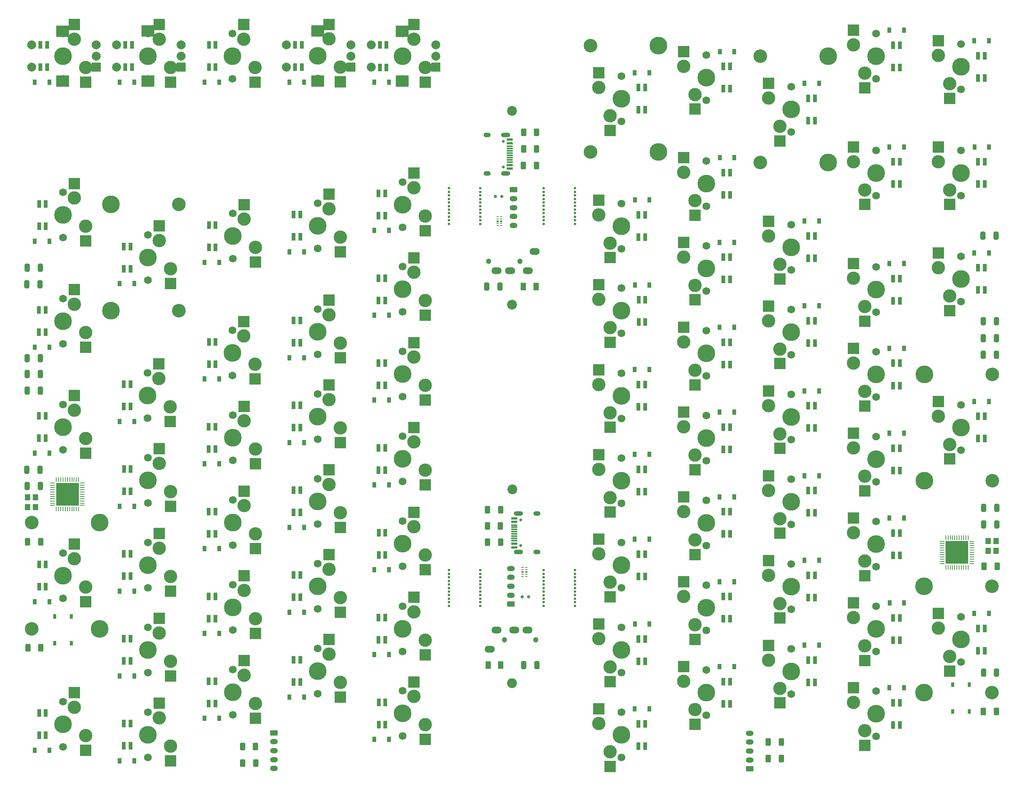
<source format=gbr>
%TF.GenerationSoftware,KiCad,Pcbnew,8.0.2*%
%TF.CreationDate,2024-06-18T01:05:25+09:00*%
%TF.ProjectId,accelerator,61636365-6c65-4726-9174-6f722e6b6963,v1.0.0*%
%TF.SameCoordinates,Original*%
%TF.FileFunction,Soldermask,Bot*%
%TF.FilePolarity,Negative*%
%FSLAX46Y46*%
G04 Gerber Fmt 4.6, Leading zero omitted, Abs format (unit mm)*
G04 Created by KiCad (PCBNEW 8.0.2) date 2024-06-18 01:05:25*
%MOMM*%
%LPD*%
G01*
G04 APERTURE LIST*
G04 Aperture macros list*
%AMRoundRect*
0 Rectangle with rounded corners*
0 $1 Rounding radius*
0 $2 $3 $4 $5 $6 $7 $8 $9 X,Y pos of 4 corners*
0 Add a 4 corners polygon primitive as box body*
4,1,4,$2,$3,$4,$5,$6,$7,$8,$9,$2,$3,0*
0 Add four circle primitives for the rounded corners*
1,1,$1+$1,$2,$3*
1,1,$1+$1,$4,$5*
1,1,$1+$1,$6,$7*
1,1,$1+$1,$8,$9*
0 Add four rect primitives between the rounded corners*
20,1,$1+$1,$2,$3,$4,$5,0*
20,1,$1+$1,$4,$5,$6,$7,0*
20,1,$1+$1,$6,$7,$8,$9,0*
20,1,$1+$1,$8,$9,$2,$3,0*%
G04 Aperture macros list end*
%ADD10R,0.820000X1.800000*%
%ADD11C,1.750000*%
%ADD12C,3.000000*%
%ADD13C,3.987800*%
%ADD14R,2.500000X2.550000*%
%ADD15C,3.048000*%
%ADD16R,3.000000X2.500000*%
%ADD17R,2.000000X2.000000*%
%ADD18C,2.000000*%
%ADD19C,0.600000*%
%ADD20C,0.650000*%
%ADD21R,1.450000X0.600000*%
%ADD22R,1.450000X0.300000*%
%ADD23O,1.600000X1.000000*%
%ADD24O,2.100000X1.000000*%
%ADD25R,0.900000X1.200000*%
%ADD26R,1.200000X1.400000*%
%ADD27C,2.200000*%
%ADD28RoundRect,0.250000X0.625000X-0.350000X0.625000X0.350000X-0.625000X0.350000X-0.625000X-0.350000X0*%
%ADD29O,1.750000X1.200000*%
%ADD30RoundRect,0.250000X-0.312500X-0.625000X0.312500X-0.625000X0.312500X0.625000X-0.312500X0.625000X0*%
%ADD31RoundRect,0.250000X-0.375000X-0.625000X0.375000X-0.625000X0.375000X0.625000X-0.375000X0.625000X0*%
%ADD32R,0.609000X0.250000*%
%ADD33R,0.609000X0.380000*%
%ADD34RoundRect,0.250000X-0.325000X-0.650000X0.325000X-0.650000X0.325000X0.650000X-0.325000X0.650000X0*%
%ADD35C,1.200000*%
%ADD36O,2.300000X1.500000*%
%ADD37RoundRect,0.250000X0.325000X0.650000X-0.325000X0.650000X-0.325000X-0.650000X0.325000X-0.650000X0*%
%ADD38RoundRect,0.250000X0.312500X0.625000X-0.312500X0.625000X-0.312500X-0.625000X0.312500X-0.625000X0*%
%ADD39RoundRect,0.062500X-0.062500X0.475000X-0.062500X-0.475000X0.062500X-0.475000X0.062500X0.475000X0*%
%ADD40RoundRect,0.062500X-0.475000X0.062500X-0.475000X-0.062500X0.475000X-0.062500X0.475000X0.062500X0*%
%ADD41R,5.200000X5.200000*%
%ADD42RoundRect,0.250000X-0.625000X0.350000X-0.625000X-0.350000X0.625000X-0.350000X0.625000X0.350000X0*%
%ADD43R,0.750000X1.000000*%
%ADD44RoundRect,0.062500X0.062500X-0.475000X0.062500X0.475000X-0.062500X0.475000X-0.062500X-0.475000X0*%
%ADD45RoundRect,0.062500X0.475000X-0.062500X0.475000X0.062500X-0.475000X0.062500X-0.475000X-0.062500X0*%
%ADD46RoundRect,0.150000X0.150000X0.200000X-0.150000X0.200000X-0.150000X-0.200000X0.150000X-0.200000X0*%
%ADD47RoundRect,0.150000X-0.150000X-0.200000X0.150000X-0.200000X0.150000X0.200000X-0.150000X0.200000X0*%
G04 APERTURE END LIST*
D10*
%TO.C,LLED25*%
X121350000Y-62055000D03*
X119850000Y-62055000D03*
X119850000Y-67055000D03*
X121350000Y-67055000D03*
%TD*%
%TO.C,RLED27*%
X292141887Y-176697889D03*
X293641887Y-176697889D03*
X293641887Y-171697889D03*
X292141887Y-171697889D03*
%TD*%
D11*
%TO.C,SWR00_3*%
X231141887Y-184011889D03*
D12*
X228601887Y-182741889D03*
D13*
X231141887Y-178931889D03*
D12*
X226061887Y-176391889D03*
D11*
X231141887Y-173851889D03*
D14*
X228601887Y-186016889D03*
X226061887Y-173089889D03*
%TD*%
D10*
%TO.C,RLED39*%
X311201887Y-93327889D03*
X312701887Y-93327889D03*
X312701887Y-88327889D03*
X311201887Y-88327889D03*
%TD*%
D11*
%TO.C,SWL00_13*%
X162970000Y-159524996D03*
D12*
X165510000Y-160794996D03*
D13*
X162970000Y-164604996D03*
D12*
X168050000Y-167144996D03*
D11*
X162970000Y-169684996D03*
D14*
X165510000Y-157519996D03*
X168050000Y-170446996D03*
%TD*%
D10*
%TO.C,RLED2*%
X234991887Y-200477889D03*
X236491887Y-200477889D03*
X236491887Y-195477889D03*
X234991887Y-195477889D03*
%TD*%
D11*
%TO.C,SWR00_6*%
X231161887Y-126861889D03*
D12*
X228621887Y-125591889D03*
D13*
X231161887Y-121781889D03*
D12*
X226081887Y-119241889D03*
D11*
X231161887Y-116701889D03*
D14*
X228621887Y-128866889D03*
X226081887Y-115939889D03*
%TD*%
D11*
%TO.C,SWL00_5*%
X182020000Y-149974996D03*
D12*
X184560000Y-151244996D03*
D13*
X182020000Y-155054996D03*
D12*
X187100000Y-157594996D03*
D11*
X182020000Y-160134996D03*
D14*
X184560000Y-147969996D03*
X187100000Y-160896996D03*
%TD*%
D11*
%TO.C,SWL00_31*%
X124875200Y-192849996D03*
D12*
X127415200Y-194119996D03*
D13*
X124875200Y-197929996D03*
D12*
X129955200Y-200469996D03*
D11*
X124875200Y-203009996D03*
D14*
X127415200Y-190844996D03*
X129955200Y-203771996D03*
%TD*%
D10*
%TO.C,RLED11*%
X254051887Y-171917889D03*
X255551887Y-171917889D03*
X255551887Y-166917889D03*
X254051887Y-166917889D03*
%TD*%
%TO.C,LLED6*%
X178190000Y-171595000D03*
X176690000Y-171595000D03*
X176690000Y-176595000D03*
X178190000Y-176595000D03*
%TD*%
%TO.C,LLED10*%
X159120000Y-100174000D03*
X157620000Y-100174000D03*
X157620000Y-105174000D03*
X159120000Y-105174000D03*
%TD*%
%TO.C,RLED32*%
X292141887Y-67132889D03*
X293641887Y-67132889D03*
X293641887Y-62132889D03*
X292141887Y-62132889D03*
%TD*%
%TO.C,RLED36*%
X311181887Y-150477889D03*
X312681887Y-150477889D03*
X312681887Y-145477889D03*
X311181887Y-145477889D03*
%TD*%
D11*
%TO.C,SWR00_13*%
X250196687Y-136406889D03*
D12*
X247656687Y-135136889D03*
D13*
X250196687Y-131326889D03*
D12*
X245116687Y-128786889D03*
D11*
X250196687Y-126246889D03*
D14*
X247656687Y-138411889D03*
X245116687Y-125484889D03*
%TD*%
D11*
%TO.C,SWR00_30*%
X288301887Y-122111889D03*
D12*
X285761887Y-120841889D03*
D13*
X288301887Y-117031889D03*
D12*
X283221887Y-114491889D03*
D11*
X288301887Y-111951889D03*
D14*
X285761887Y-124116889D03*
X283221887Y-111189889D03*
%TD*%
D10*
%TO.C,LLED18*%
X140080000Y-102535000D03*
X138580000Y-102535000D03*
X138580000Y-107535000D03*
X140080000Y-107535000D03*
%TD*%
%TO.C,RLED6*%
X235011887Y-124277889D03*
X236511887Y-124277889D03*
X236511887Y-119277889D03*
X235011887Y-119277889D03*
%TD*%
%TO.C,LLED34*%
X101980000Y-97775000D03*
X100480000Y-97775000D03*
X100480000Y-102775000D03*
X101980000Y-102775000D03*
%TD*%
D11*
%TO.C,SWR00_12*%
X250216687Y-155466889D03*
D12*
X247676687Y-154196889D03*
D13*
X250216687Y-150386889D03*
D12*
X245136687Y-147846889D03*
D11*
X250216687Y-145306889D03*
D14*
X247676687Y-157471889D03*
X245136687Y-144544889D03*
%TD*%
D11*
%TO.C,SWR00_25*%
X288296687Y-217366889D03*
D12*
X285756687Y-216096889D03*
D13*
X288296687Y-212286889D03*
D12*
X283216687Y-209746889D03*
D11*
X288296687Y-207206889D03*
D14*
X285756687Y-219371889D03*
X283216687Y-206444889D03*
%TD*%
D11*
%TO.C,SWL00_30*%
X124875200Y-173819996D03*
D12*
X127415200Y-175089996D03*
D13*
X124875200Y-178899996D03*
D12*
X129955200Y-181439996D03*
D11*
X124875200Y-183979996D03*
D14*
X127415200Y-171814996D03*
X129955200Y-184741996D03*
%TD*%
D10*
%TO.C,LLED2*%
X178160000Y-95395000D03*
X176660000Y-95395000D03*
X176660000Y-100395000D03*
X178160000Y-100395000D03*
%TD*%
D11*
%TO.C,SWL00_12*%
X162980000Y-140464996D03*
D12*
X165520000Y-141734996D03*
D13*
X162980000Y-145544996D03*
D12*
X168060000Y-148084996D03*
D11*
X162980000Y-150624996D03*
D14*
X165520000Y-138459996D03*
X168060000Y-151386996D03*
%TD*%
D11*
%TO.C,SWL00_2*%
X182020000Y-92844996D03*
D12*
X184560000Y-94114996D03*
D13*
X182020000Y-97924996D03*
D12*
X187100000Y-100464996D03*
D11*
X182020000Y-103004996D03*
D14*
X184560000Y-90839996D03*
X187100000Y-103766996D03*
%TD*%
D11*
%TO.C,SWR00_40*%
X307346687Y-72096889D03*
D12*
X304806687Y-70826889D03*
D13*
X307346687Y-67016889D03*
D12*
X302266687Y-64476889D03*
D11*
X307346687Y-61936889D03*
D14*
X304806687Y-74101889D03*
X302266687Y-61174889D03*
%TD*%
D11*
%TO.C,SWL00_32*%
X124890000Y-211884996D03*
D12*
X127430000Y-213154996D03*
D13*
X124890000Y-216964996D03*
D12*
X129970000Y-219504996D03*
D11*
X124890000Y-222044996D03*
D14*
X127430000Y-209879996D03*
X129970000Y-222806996D03*
%TD*%
D10*
%TO.C,RLED7*%
X235001887Y-105248889D03*
X236501887Y-105248889D03*
X236501887Y-100248889D03*
X235001887Y-100248889D03*
%TD*%
D11*
%TO.C,SWL00_29*%
X124870000Y-154744996D03*
D12*
X127410000Y-156014996D03*
D13*
X124870000Y-159824996D03*
D12*
X129950000Y-162364996D03*
D11*
X124870000Y-164904996D03*
D14*
X127410000Y-152739996D03*
X129950000Y-165666996D03*
%TD*%
D10*
%TO.C,LLED15*%
X159120000Y-200195000D03*
X157620000Y-200195000D03*
X157620000Y-205195000D03*
X159120000Y-205195000D03*
%TD*%
D11*
%TO.C,SWL00_4*%
X182015200Y-130929996D03*
D12*
X184555200Y-132199996D03*
D13*
X182015200Y-136009996D03*
D12*
X187095200Y-138549996D03*
D11*
X182015200Y-141089996D03*
D14*
X184555200Y-128924996D03*
X187095200Y-141851996D03*
%TD*%
D11*
%TO.C,SWL00_1*%
X182010000Y-59514996D03*
D12*
X184550000Y-60784996D03*
D13*
X182010000Y-64594996D03*
D12*
X187090000Y-67134996D03*
D11*
X182010000Y-69674996D03*
D14*
X184550000Y-57509996D03*
X187090000Y-70436996D03*
%TD*%
D10*
%TO.C,LLED12*%
X159120000Y-143045000D03*
X157620000Y-143045000D03*
X157620000Y-148045000D03*
X159120000Y-148045000D03*
%TD*%
D11*
%TO.C,SWL00_15*%
X162960000Y-197604996D03*
D12*
X165500000Y-198874996D03*
D13*
X162960000Y-202684996D03*
D12*
X168040000Y-205224996D03*
D11*
X162960000Y-207764996D03*
D14*
X165500000Y-195599996D03*
X168040000Y-208526996D03*
%TD*%
D10*
%TO.C,RLED25*%
X292151887Y-214797889D03*
X293651887Y-214797889D03*
X293651887Y-209797889D03*
X292151887Y-209797889D03*
%TD*%
%TO.C,RLED5*%
X234991887Y-143357889D03*
X236491887Y-143357889D03*
X236491887Y-138357889D03*
X234991887Y-138357889D03*
%TD*%
%TO.C,RLED18*%
X273101887Y-186208889D03*
X274601887Y-186208889D03*
X274601887Y-181208889D03*
X273101887Y-181208889D03*
%TD*%
%TO.C,RLED34*%
X311191887Y-198117889D03*
X312691887Y-198117889D03*
X312691887Y-193117889D03*
X311191887Y-193117889D03*
%TD*%
%TO.C,LLED8*%
X178180000Y-209700000D03*
X176680000Y-209700000D03*
X176680000Y-214700000D03*
X178180000Y-214700000D03*
%TD*%
D11*
%TO.C,SWL00_20*%
X143920000Y-145224996D03*
D12*
X146460000Y-146494996D03*
D13*
X143920000Y-150304996D03*
D12*
X149000000Y-152844996D03*
D11*
X143920000Y-155384996D03*
D14*
X146460000Y-143219996D03*
X149000000Y-156146996D03*
%TD*%
D10*
%TO.C,LLED11*%
X159120000Y-123994000D03*
X157620000Y-123994000D03*
X157620000Y-128994000D03*
X159120000Y-128994000D03*
%TD*%
D15*
%TO.C,SWR00_8*%
X224176887Y-86109889D03*
D13*
X239416887Y-86109889D03*
D11*
X231161887Y-79251889D03*
D12*
X228621887Y-77981889D03*
D13*
X231161887Y-74171889D03*
D12*
X226081887Y-71631889D03*
D11*
X231161887Y-69091889D03*
D15*
X224176887Y-62233889D03*
D13*
X239416887Y-62233889D03*
D14*
X228621887Y-81256889D03*
X226081887Y-68329889D03*
%TD*%
D10*
%TO.C,RLED17*%
X273101887Y-205257889D03*
X274601887Y-205257889D03*
X274601887Y-200257889D03*
X273101887Y-200257889D03*
%TD*%
D11*
%TO.C,SWL00_33*%
X105825200Y-59509996D03*
D12*
X108365200Y-60779996D03*
D13*
X105825200Y-64589996D03*
D12*
X110905200Y-67129996D03*
D11*
X105825200Y-69669996D03*
D14*
X108365200Y-57504996D03*
X110905200Y-70431996D03*
%TD*%
D11*
%TO.C,SWL00_10*%
X162960000Y-97599996D03*
D12*
X165500000Y-98869996D03*
D13*
X162960000Y-102679996D03*
D12*
X168040000Y-105219996D03*
D11*
X162960000Y-107759996D03*
D14*
X165500000Y-95594996D03*
X168040000Y-108521996D03*
%TD*%
D11*
%TO.C,SWL00_9*%
X162965200Y-59479996D03*
D12*
X165505200Y-60749996D03*
D13*
X162965200Y-64559996D03*
D12*
X168045200Y-67099996D03*
D11*
X162965200Y-69639996D03*
D14*
X165505200Y-57474996D03*
X168045200Y-70401996D03*
%TD*%
D11*
%TO.C,SWR00_15*%
X250201887Y-98321889D03*
D12*
X247661887Y-97051889D03*
D13*
X250201887Y-93241889D03*
D12*
X245121887Y-90701889D03*
D11*
X250201887Y-88161889D03*
D14*
X247661887Y-100326889D03*
X245121887Y-87399889D03*
%TD*%
D11*
%TO.C,SWR00_16*%
X250196687Y-74476889D03*
D12*
X247656687Y-73206889D03*
D13*
X250196687Y-69396889D03*
D12*
X245116687Y-66856889D03*
D11*
X250196687Y-64316889D03*
D14*
X247656687Y-76481889D03*
X245116687Y-63554889D03*
%TD*%
D10*
%TO.C,RLED15*%
X254041887Y-95748889D03*
X255541887Y-95748889D03*
X255541887Y-90748889D03*
X254041887Y-90748889D03*
%TD*%
D11*
%TO.C,SWL00_14*%
X162960000Y-178559996D03*
D12*
X165500000Y-179829996D03*
D13*
X162960000Y-183639996D03*
D12*
X168040000Y-186179996D03*
D11*
X162960000Y-188719996D03*
D14*
X165500000Y-176554996D03*
X168040000Y-189481996D03*
%TD*%
D10*
%TO.C,RLED16*%
X254051887Y-71898889D03*
X255551887Y-71898889D03*
X255551887Y-66898889D03*
X254051887Y-66898889D03*
%TD*%
D11*
%TO.C,SWL00_23*%
X143920000Y-202364996D03*
D12*
X146460000Y-203634996D03*
D13*
X143920000Y-207444996D03*
D12*
X149000000Y-209984996D03*
D11*
X143920000Y-212524996D03*
D14*
X146460000Y-200359996D03*
X149000000Y-213286996D03*
%TD*%
D11*
%TO.C,SWR00_20*%
X269246687Y-150696889D03*
D12*
X266706687Y-149426889D03*
D13*
X269246687Y-145616889D03*
D12*
X264166687Y-143076889D03*
D11*
X269246687Y-140536889D03*
D14*
X266706687Y-152701889D03*
X264166687Y-139774889D03*
%TD*%
D11*
%TO.C,SWR00_9*%
X250191887Y-212601889D03*
D12*
X247651887Y-211331889D03*
D13*
X250191887Y-207521889D03*
D12*
X245111887Y-204981889D03*
D11*
X250191887Y-202441889D03*
D14*
X247651887Y-214606889D03*
X245111887Y-201679889D03*
%TD*%
D11*
%TO.C,SWL00_8*%
X182010000Y-207134996D03*
D12*
X184550000Y-208404996D03*
D13*
X182010000Y-212214996D03*
D12*
X187090000Y-214754996D03*
D11*
X182010000Y-217294996D03*
D14*
X184550000Y-205129996D03*
X187090000Y-218056996D03*
%TD*%
D10*
%TO.C,LLED31*%
X121020000Y-195434000D03*
X119520000Y-195434000D03*
X119520000Y-200434000D03*
X121020000Y-200434000D03*
%TD*%
D11*
%TO.C,SWL00_6*%
X182020000Y-169024996D03*
D12*
X184560000Y-170294996D03*
D13*
X182020000Y-174104996D03*
D12*
X187100000Y-176644996D03*
D11*
X182020000Y-179184996D03*
D14*
X184560000Y-167019996D03*
X187100000Y-179946996D03*
%TD*%
D10*
%TO.C,RLED20*%
X273101887Y-148118889D03*
X274601887Y-148118889D03*
X274601887Y-143118889D03*
X273101887Y-143118889D03*
%TD*%
D11*
%TO.C,SWR00_29*%
X288301887Y-141151889D03*
D12*
X285761887Y-139881889D03*
D13*
X288301887Y-136071889D03*
D12*
X283221887Y-133531889D03*
D11*
X288301887Y-130991889D03*
D14*
X285761887Y-143156889D03*
X283221887Y-130229889D03*
%TD*%
D10*
%TO.C,LLED17*%
X140080000Y-62084000D03*
X138580000Y-62084000D03*
X138580000Y-67084000D03*
X140080000Y-67084000D03*
%TD*%
%TO.C,RLED40*%
X311201887Y-69512889D03*
X312701887Y-69512889D03*
X312701887Y-64512889D03*
X311201887Y-64512889D03*
%TD*%
%TO.C,RLED30*%
X292141887Y-119527889D03*
X293641887Y-119527889D03*
X293641887Y-114527889D03*
X292141887Y-114527889D03*
%TD*%
%TO.C,LLED40*%
X101980000Y-212095000D03*
X100480000Y-212095000D03*
X100480000Y-217095000D03*
X101980000Y-217095000D03*
%TD*%
%TO.C,RLED9*%
X254041887Y-210027889D03*
X255541887Y-210027889D03*
X255541887Y-205027889D03*
X254041887Y-205027889D03*
%TD*%
%TO.C,LLED5*%
X178170000Y-152545000D03*
X176670000Y-152545000D03*
X176670000Y-157545000D03*
X178170000Y-157545000D03*
%TD*%
D11*
%TO.C,SWL00_22*%
X143925200Y-183309996D03*
D12*
X146465200Y-184579996D03*
D13*
X143925200Y-188389996D03*
D12*
X149005200Y-190929996D03*
D11*
X143925200Y-193469996D03*
D14*
X146465200Y-181304996D03*
X149005200Y-194231996D03*
%TD*%
D11*
%TO.C,SWR00_1*%
X231131887Y-222111889D03*
D12*
X228591887Y-220841889D03*
D13*
X231131887Y-217031889D03*
D12*
X226051887Y-214491889D03*
D11*
X231131887Y-211951889D03*
D14*
X228591887Y-224116889D03*
X226051887Y-211189889D03*
%TD*%
D10*
%TO.C,LLED38*%
X101990000Y-178764000D03*
X100490000Y-178764000D03*
X100490000Y-183764000D03*
X101990000Y-183764000D03*
%TD*%
D11*
%TO.C,SWL00_35*%
X105815200Y-119019996D03*
D12*
X108355200Y-120289996D03*
D13*
X105815200Y-124099996D03*
D12*
X110895200Y-126639996D03*
D11*
X105815200Y-129179996D03*
D14*
X108355200Y-117014996D03*
X110895200Y-129941996D03*
%TD*%
D11*
%TO.C,SWL00_18*%
X143935200Y-99949996D03*
D12*
X146475200Y-101219996D03*
D13*
X143935200Y-105029996D03*
D12*
X149015200Y-107569996D03*
D11*
X143935200Y-110109996D03*
D14*
X146475200Y-97944996D03*
X149015200Y-110871996D03*
%TD*%
D16*
%TO.C,REL00_3*%
X124880000Y-70164996D03*
X124880000Y-58964996D03*
D17*
X132380000Y-67064996D03*
D18*
X132380000Y-62064996D03*
X132380000Y-64564996D03*
X117880000Y-67064996D03*
X117880000Y-62064996D03*
%TD*%
D11*
%TO.C,SWR00_22*%
X269256687Y-112606889D03*
D12*
X266716687Y-111336889D03*
D13*
X269256687Y-107526889D03*
D12*
X264176687Y-104986889D03*
D11*
X269256687Y-102446889D03*
D14*
X266716687Y-114611889D03*
X264176687Y-101684889D03*
%TD*%
D13*
%TO.C,SWL00_38*%
X114095000Y-169316996D03*
D15*
X98855000Y-169316996D03*
D11*
X105840000Y-176174996D03*
D12*
X108380000Y-177444996D03*
D13*
X105840000Y-181254996D03*
D12*
X110920000Y-183794996D03*
D11*
X105840000Y-186334996D03*
D13*
X114095000Y-193192996D03*
D15*
X98855000Y-193192996D03*
D14*
X108380000Y-174169996D03*
X110920000Y-187096996D03*
%TD*%
D10*
%TO.C,RLED3*%
X235001887Y-181427889D03*
X236501887Y-181427889D03*
X236501887Y-176427889D03*
X235001887Y-176427889D03*
%TD*%
D16*
%TO.C,REL00_1*%
X181990000Y-70194996D03*
X181990000Y-58994996D03*
D17*
X189490000Y-67094996D03*
D18*
X189490000Y-62094996D03*
X189490000Y-64594996D03*
X174990000Y-67094996D03*
X174990000Y-62094996D03*
%TD*%
D19*
%TO.C,BITE01*%
X192430000Y-102270000D03*
X192430000Y-101470000D03*
X192430000Y-100670000D03*
X192430000Y-99870000D03*
X192430000Y-99070000D03*
X192430000Y-98270000D03*
X192430000Y-97470000D03*
X192430000Y-96670000D03*
X192430000Y-95870000D03*
X192430000Y-95070000D03*
X192430000Y-94270000D03*
%TD*%
D10*
%TO.C,LLED26*%
X121020000Y-107324000D03*
X119520000Y-107324000D03*
X119520000Y-112324000D03*
X121020000Y-112324000D03*
%TD*%
D19*
%TO.C,BITE05*%
X192460000Y-188030000D03*
X192460000Y-187230000D03*
X192460000Y-186430000D03*
X192460000Y-185630000D03*
X192460000Y-184830000D03*
X192460000Y-184030000D03*
X192460000Y-183230000D03*
X192460000Y-182430000D03*
X192460000Y-181630000D03*
X192460000Y-180830000D03*
X192460000Y-180030000D03*
%TD*%
%TO.C,BITE07*%
X213750000Y-188040000D03*
X213750000Y-187240000D03*
X213750000Y-186440000D03*
X213750000Y-185640000D03*
X213750000Y-184840000D03*
X213750000Y-184040000D03*
X213750000Y-183240000D03*
X213750000Y-182440000D03*
X213750000Y-181640000D03*
X213750000Y-180840000D03*
X213750000Y-180040000D03*
%TD*%
D10*
%TO.C,RLED19*%
X273101887Y-167157889D03*
X274601887Y-167157889D03*
X274601887Y-162157889D03*
X273101887Y-162157889D03*
%TD*%
D11*
%TO.C,SWR00_39*%
X307351887Y-95901889D03*
D12*
X304811887Y-94631889D03*
D13*
X307351887Y-90821889D03*
D12*
X302271887Y-88281889D03*
D11*
X307351887Y-85741889D03*
D14*
X304811887Y-97906889D03*
X302271887Y-84979889D03*
%TD*%
D19*
%TO.C,BITE04*%
X220734362Y-102257172D03*
X220734362Y-101457172D03*
X220734362Y-100657172D03*
X220734362Y-99857172D03*
X220734362Y-99057172D03*
X220734362Y-98257172D03*
X220734362Y-97457172D03*
X220734362Y-96657172D03*
X220734362Y-95857172D03*
X220734362Y-95057172D03*
X220734362Y-94257172D03*
%TD*%
D10*
%TO.C,LLED35*%
X101970000Y-121604000D03*
X100470000Y-121604000D03*
X100470000Y-126604000D03*
X101970000Y-126604000D03*
%TD*%
D11*
%TO.C,SWL00_3*%
X182030000Y-111874996D03*
D12*
X184570000Y-113144996D03*
D13*
X182030000Y-116954996D03*
D12*
X187110000Y-119494996D03*
D11*
X182030000Y-122034996D03*
D14*
X184570000Y-109869996D03*
X187110000Y-122796996D03*
%TD*%
D10*
%TO.C,LLED21*%
X140070000Y-166875000D03*
X138570000Y-166875000D03*
X138570000Y-171875000D03*
X140070000Y-171875000D03*
%TD*%
D19*
%TO.C,BITE06*%
X199484362Y-188027172D03*
X199484362Y-187227172D03*
X199484362Y-186427172D03*
X199484362Y-185627172D03*
X199484362Y-184827172D03*
X199484362Y-184027172D03*
X199484362Y-183227172D03*
X199484362Y-182427172D03*
X199484362Y-181627172D03*
X199484362Y-180827172D03*
X199484362Y-180027172D03*
%TD*%
D10*
%TO.C,LLED1*%
X178440000Y-62105000D03*
X176940000Y-62105000D03*
X176940000Y-67105000D03*
X178440000Y-67105000D03*
%TD*%
%TO.C,RLED4*%
X234991887Y-162407889D03*
X236491887Y-162407889D03*
X236491887Y-157407889D03*
X234991887Y-157407889D03*
%TD*%
D11*
%TO.C,SWL00_36*%
X105820000Y-142824996D03*
D12*
X108360000Y-144094996D03*
D13*
X105820000Y-147904996D03*
D12*
X110900000Y-150444996D03*
D11*
X105820000Y-152984996D03*
D14*
X108360000Y-140819996D03*
X110900000Y-153746996D03*
%TD*%
D11*
%TO.C,SWL00_17*%
X143900000Y-59504996D03*
D12*
X146440000Y-60774996D03*
D13*
X143900000Y-64584996D03*
D12*
X148980000Y-67124996D03*
D11*
X143900000Y-69664996D03*
D14*
X146440000Y-57499996D03*
X148980000Y-70426996D03*
%TD*%
D19*
%TO.C,BITE02*%
X199454362Y-102267172D03*
X199454362Y-101467172D03*
X199454362Y-100667172D03*
X199454362Y-99867172D03*
X199454362Y-99067172D03*
X199454362Y-98267172D03*
X199454362Y-97467172D03*
X199454362Y-96667172D03*
X199454362Y-95867172D03*
X199454362Y-95067172D03*
X199454362Y-94267172D03*
%TD*%
D11*
%TO.C,SWR00_14*%
X250191887Y-117331889D03*
D12*
X247651887Y-116061889D03*
D13*
X250191887Y-112251889D03*
D12*
X245111887Y-109711889D03*
D11*
X250191887Y-107171889D03*
D14*
X247651887Y-119336889D03*
X245111887Y-106409889D03*
%TD*%
D11*
%TO.C,SWR00_32*%
X288301887Y-69721889D03*
D12*
X285761887Y-68451889D03*
D13*
X288301887Y-64641889D03*
D12*
X283221887Y-62101889D03*
D11*
X288301887Y-59561889D03*
D14*
X285761887Y-71726889D03*
X283221887Y-58799889D03*
%TD*%
D10*
%TO.C,LLED28*%
X121020000Y-138285000D03*
X119520000Y-138285000D03*
X119520000Y-143285000D03*
X121020000Y-143285000D03*
%TD*%
D11*
%TO.C,SWL00_21*%
X143915200Y-164289996D03*
D12*
X146455200Y-165559996D03*
D13*
X143915200Y-169369996D03*
D12*
X148995200Y-171909996D03*
D11*
X143915200Y-174449996D03*
D14*
X146455200Y-162284996D03*
X148995200Y-175211996D03*
%TD*%
D11*
%TO.C,SWR00_38*%
X307326687Y-119716889D03*
D12*
X304786687Y-118446889D03*
D13*
X307326687Y-114636889D03*
D12*
X302246687Y-112096889D03*
D11*
X307326687Y-109556889D03*
D14*
X304786687Y-121721889D03*
X302246687Y-108794889D03*
%TD*%
D10*
%TO.C,RLED14*%
X254041887Y-114747889D03*
X255541887Y-114747889D03*
X255541887Y-109747889D03*
X254041887Y-109747889D03*
%TD*%
D11*
%TO.C,SWR00_11*%
X250201887Y-174501889D03*
D12*
X247661887Y-173231889D03*
D13*
X250201887Y-169421889D03*
D12*
X245121887Y-166881889D03*
D11*
X250201887Y-164341889D03*
D14*
X247661887Y-176506889D03*
X245121887Y-163579889D03*
%TD*%
D11*
%TO.C,SWL00_40*%
X105830000Y-209514996D03*
D12*
X108370000Y-210784996D03*
D13*
X105830000Y-214594996D03*
D12*
X110910000Y-217134996D03*
D11*
X105830000Y-219674996D03*
D14*
X108370000Y-207509996D03*
X110910000Y-220436996D03*
%TD*%
D10*
%TO.C,RLED38*%
X311201887Y-117128889D03*
X312701887Y-117128889D03*
X312701887Y-112128889D03*
X311201887Y-112128889D03*
%TD*%
D11*
%TO.C,SWL00_7*%
X182025200Y-188099996D03*
D12*
X184565200Y-189369996D03*
D13*
X182025200Y-193179996D03*
D12*
X187105200Y-195719996D03*
D11*
X182025200Y-198259996D03*
D14*
X184565200Y-186094996D03*
X187105200Y-199021996D03*
%TD*%
D16*
%TO.C,REL00_4*%
X105800000Y-70194996D03*
X105800000Y-58994996D03*
D17*
X113300000Y-67094996D03*
D18*
X113300000Y-62094996D03*
X113300000Y-64594996D03*
X98800000Y-67094996D03*
X98800000Y-62094996D03*
%TD*%
D11*
%TO.C,SWR00_27*%
X288296687Y-179266889D03*
D12*
X285756687Y-177996889D03*
D13*
X288296687Y-174186889D03*
D12*
X283216687Y-171646889D03*
D11*
X288296687Y-169106889D03*
D14*
X285756687Y-181271889D03*
X283216687Y-168344889D03*
%TD*%
D10*
%TO.C,RLED26*%
X292141887Y-195737889D03*
X293641887Y-195737889D03*
X293641887Y-190737889D03*
X292141887Y-190737889D03*
%TD*%
%TO.C,LLED20*%
X140060000Y-147795000D03*
X138560000Y-147795000D03*
X138560000Y-152795000D03*
X140060000Y-152795000D03*
%TD*%
%TO.C,LLED32*%
X121020000Y-214465000D03*
X119520000Y-214465000D03*
X119520000Y-219465000D03*
X121020000Y-219465000D03*
%TD*%
D13*
%TO.C,SWR00_34*%
X299096887Y-207549889D03*
D15*
X314336887Y-207549889D03*
D11*
X307351887Y-200691889D03*
D12*
X304811887Y-199421889D03*
D13*
X307351887Y-195611889D03*
D12*
X302271887Y-193071889D03*
D11*
X307351887Y-190531889D03*
D13*
X299096887Y-183673889D03*
D15*
X314336887Y-183673889D03*
D14*
X304811887Y-202696889D03*
X302271887Y-189769889D03*
%TD*%
D11*
%TO.C,SWR00_2*%
X231146687Y-203066889D03*
D12*
X228606687Y-201796889D03*
D13*
X231146687Y-197986889D03*
D12*
X226066687Y-195446889D03*
D11*
X231146687Y-192906889D03*
D14*
X228606687Y-205071889D03*
X226066687Y-192144889D03*
%TD*%
D10*
%TO.C,LLED14*%
X159120000Y-181145000D03*
X157620000Y-181145000D03*
X157620000Y-186145000D03*
X159120000Y-186145000D03*
%TD*%
D11*
%TO.C,SWL00_11*%
X162980000Y-121404996D03*
D12*
X165520000Y-122674996D03*
D13*
X162980000Y-126484996D03*
D12*
X168060000Y-129024996D03*
D11*
X162980000Y-131564996D03*
D14*
X165520000Y-119399996D03*
X168060000Y-132326996D03*
%TD*%
D19*
%TO.C,BITE03*%
X213710000Y-102260000D03*
X213710000Y-101460000D03*
X213710000Y-100660000D03*
X213710000Y-99860000D03*
X213710000Y-99060000D03*
X213710000Y-98260000D03*
X213710000Y-97460000D03*
X213710000Y-96660000D03*
X213710000Y-95860000D03*
X213710000Y-95060000D03*
X213710000Y-94260000D03*
%TD*%
D10*
%TO.C,LLED22*%
X140070000Y-185894000D03*
X138570000Y-185894000D03*
X138570000Y-190894000D03*
X140070000Y-190894000D03*
%TD*%
%TO.C,RLED28*%
X292141887Y-157647889D03*
X293641887Y-157647889D03*
X293641887Y-152647889D03*
X292141887Y-152647889D03*
%TD*%
%TO.C,LLED36*%
X101970000Y-145404000D03*
X100470000Y-145404000D03*
X100470000Y-150404000D03*
X101970000Y-150404000D03*
%TD*%
D11*
%TO.C,SWR00_26*%
X288311887Y-198311889D03*
D12*
X285771887Y-197041889D03*
D13*
X288311887Y-193231889D03*
D12*
X283231887Y-190691889D03*
D11*
X288311887Y-188151889D03*
D14*
X285771887Y-200316889D03*
X283231887Y-187389889D03*
%TD*%
D10*
%TO.C,RLED31*%
X292141887Y-93327889D03*
X293641887Y-93327889D03*
X293641887Y-88327889D03*
X292141887Y-88327889D03*
%TD*%
D19*
%TO.C,BITE08*%
X220774362Y-188037172D03*
X220774362Y-187237172D03*
X220774362Y-186437172D03*
X220774362Y-185637172D03*
X220774362Y-184837172D03*
X220774362Y-184037172D03*
X220774362Y-183237172D03*
X220774362Y-182437172D03*
X220774362Y-181637172D03*
X220774362Y-180837172D03*
X220774362Y-180037172D03*
%TD*%
D11*
%TO.C,SWR00_28*%
X288326687Y-160216889D03*
D12*
X285786687Y-158946889D03*
D13*
X288326687Y-155136889D03*
D12*
X283246687Y-152596889D03*
D11*
X288326687Y-150056889D03*
D14*
X285786687Y-162221889D03*
X283246687Y-149294889D03*
%TD*%
D11*
%TO.C,SWR00_21*%
X269251887Y-131641889D03*
D12*
X266711887Y-130371889D03*
D13*
X269251887Y-126561889D03*
D12*
X264171887Y-124021889D03*
D11*
X269251887Y-121481889D03*
D14*
X266711887Y-133646889D03*
X264171887Y-120719889D03*
%TD*%
D15*
%TO.C,SWR00_24*%
X262276887Y-88489889D03*
D13*
X277516887Y-88489889D03*
D11*
X269261887Y-81631889D03*
D12*
X266721887Y-80361889D03*
D13*
X269261887Y-76551889D03*
D12*
X264181887Y-74011889D03*
D11*
X269261887Y-71471889D03*
D15*
X262276887Y-64613889D03*
D13*
X277516887Y-64613889D03*
D14*
X266721887Y-83636889D03*
X264181887Y-70709889D03*
%TD*%
D16*
%TO.C,REL00_2*%
X162960000Y-70174996D03*
X162960000Y-58974996D03*
D17*
X170460000Y-67074996D03*
D18*
X170460000Y-62074996D03*
X170460000Y-64574996D03*
X155960000Y-67074996D03*
X155960000Y-62074996D03*
%TD*%
D11*
%TO.C,SWR00_31*%
X288291887Y-95911889D03*
D12*
X285751887Y-94641889D03*
D13*
X288291887Y-90831889D03*
D12*
X283211887Y-88291889D03*
D11*
X288291887Y-85751889D03*
D14*
X285751887Y-97916889D03*
X283211887Y-84989889D03*
%TD*%
D11*
%TO.C,SWL00_19*%
X143900000Y-126174996D03*
D12*
X146440000Y-127444996D03*
D13*
X143900000Y-131254996D03*
D12*
X148980000Y-133794996D03*
D11*
X143900000Y-136334996D03*
D14*
X146440000Y-124169996D03*
X148980000Y-137096996D03*
%TD*%
D10*
%TO.C,LLED33*%
X102250000Y-62075000D03*
X100750000Y-62075000D03*
X100750000Y-67075000D03*
X102250000Y-67075000D03*
%TD*%
%TO.C,RLED24*%
X273091887Y-79047889D03*
X274591887Y-79047889D03*
X274591887Y-74047889D03*
X273091887Y-74047889D03*
%TD*%
%TO.C,RLED21*%
X273101887Y-129058889D03*
X274601887Y-129058889D03*
X274601887Y-124058889D03*
X273101887Y-124058889D03*
%TD*%
%TO.C,LLED3*%
X178160000Y-114465000D03*
X176660000Y-114465000D03*
X176660000Y-119465000D03*
X178160000Y-119465000D03*
%TD*%
D11*
%TO.C,SWR00_18*%
X269256687Y-188786889D03*
D12*
X266716687Y-187516889D03*
D13*
X269256687Y-183706889D03*
D12*
X264176687Y-181166889D03*
D11*
X269256687Y-178626889D03*
D14*
X266716687Y-190791889D03*
X264176687Y-177864889D03*
%TD*%
D11*
%TO.C,SWR00_10*%
X250201887Y-193551889D03*
D12*
X247661887Y-192281889D03*
D13*
X250201887Y-188471889D03*
D12*
X245121887Y-185931889D03*
D11*
X250201887Y-183391889D03*
D14*
X247661887Y-195556889D03*
X245121887Y-182629889D03*
%TD*%
D15*
%TO.C,SWL00_26*%
X131850000Y-97884996D03*
D13*
X116610000Y-97884996D03*
D11*
X124865000Y-104742996D03*
D12*
X127405000Y-106012996D03*
D13*
X124865000Y-109822996D03*
D12*
X129945000Y-112362996D03*
D11*
X124865000Y-114902996D03*
D15*
X131850000Y-121760996D03*
D13*
X116610000Y-121760996D03*
D14*
X127405000Y-102737996D03*
X129945000Y-115664996D03*
%TD*%
D10*
%TO.C,LLED23*%
X140070000Y-204945000D03*
X138570000Y-204945000D03*
X138570000Y-209945000D03*
X140070000Y-209945000D03*
%TD*%
%TO.C,LLED13*%
X159120000Y-162095000D03*
X157620000Y-162095000D03*
X157620000Y-167095000D03*
X159120000Y-167095000D03*
%TD*%
D11*
%TO.C,SWR00_7*%
X231156687Y-107836889D03*
D12*
X228616687Y-106566889D03*
D13*
X231156687Y-102756889D03*
D12*
X226076687Y-100216889D03*
D11*
X231156687Y-97676889D03*
D14*
X228616687Y-109841889D03*
X226076687Y-96914889D03*
%TD*%
D11*
%TO.C,SWL00_34*%
X105825200Y-95199996D03*
D12*
X108365200Y-96469996D03*
D13*
X105825200Y-100279996D03*
D12*
X110905200Y-102819996D03*
D11*
X105825200Y-105359996D03*
D14*
X108365200Y-93194996D03*
X110905200Y-106121996D03*
%TD*%
D10*
%TO.C,RLED1*%
X234991887Y-219527889D03*
X236491887Y-219527889D03*
X236491887Y-214527889D03*
X234991887Y-214527889D03*
%TD*%
%TO.C,RLED10*%
X254051887Y-190967889D03*
X255551887Y-190967889D03*
X255551887Y-185967889D03*
X254051887Y-185967889D03*
%TD*%
%TO.C,LLED7*%
X178170000Y-190685000D03*
X176670000Y-190685000D03*
X176670000Y-195685000D03*
X178170000Y-195685000D03*
%TD*%
%TO.C,LLED30*%
X121020000Y-176394000D03*
X119520000Y-176394000D03*
X119520000Y-181394000D03*
X121020000Y-181394000D03*
%TD*%
D11*
%TO.C,SWR00_17*%
X269236687Y-207836889D03*
D12*
X266696687Y-206566889D03*
D13*
X269236687Y-202756889D03*
D12*
X264156687Y-200216889D03*
D11*
X269236687Y-197676889D03*
D14*
X266696687Y-209841889D03*
X264156687Y-196914889D03*
%TD*%
D10*
%TO.C,LLED9*%
X159410000Y-62065000D03*
X157910000Y-62065000D03*
X157910000Y-67065000D03*
X159410000Y-67065000D03*
%TD*%
%TO.C,LLED29*%
X121030000Y-157335000D03*
X119530000Y-157335000D03*
X119530000Y-162335000D03*
X121030000Y-162335000D03*
%TD*%
%TO.C,RLED29*%
X292141887Y-138567889D03*
X293641887Y-138567889D03*
X293641887Y-133567889D03*
X292141887Y-133567889D03*
%TD*%
D11*
%TO.C,SWR00_5*%
X231131887Y-145931889D03*
D12*
X228591887Y-144661889D03*
D13*
X231131887Y-140851889D03*
D12*
X226051887Y-138311889D03*
D11*
X231131887Y-135771889D03*
D14*
X228591887Y-147936889D03*
X226051887Y-135009889D03*
%TD*%
D11*
%TO.C,SWL00_25*%
X124880000Y-59484996D03*
D12*
X127420000Y-60754996D03*
D13*
X124880000Y-64564996D03*
D12*
X129960000Y-67104996D03*
D11*
X124880000Y-69644996D03*
D14*
X127420000Y-57479996D03*
X129960000Y-70406996D03*
%TD*%
D11*
%TO.C,SWL00_28*%
X124850000Y-135704996D03*
D12*
X127390000Y-136974996D03*
D13*
X124850000Y-140784996D03*
D12*
X129930000Y-143324996D03*
D11*
X124850000Y-145864996D03*
D14*
X127390000Y-133699996D03*
X129930000Y-146626996D03*
%TD*%
D10*
%TO.C,RLED22*%
X273091887Y-110027889D03*
X274591887Y-110027889D03*
X274591887Y-105027889D03*
X273091887Y-105027889D03*
%TD*%
D11*
%TO.C,SWR00_19*%
X269266687Y-169736889D03*
D12*
X266726687Y-168466889D03*
D13*
X269266687Y-164656889D03*
D12*
X264186687Y-162116889D03*
D11*
X269266687Y-159576889D03*
D14*
X266726687Y-171741889D03*
X264186687Y-158814889D03*
%TD*%
D13*
%TO.C,SWR00_36*%
X299106887Y-159909889D03*
D15*
X314346887Y-159909889D03*
D11*
X307361887Y-153051889D03*
D12*
X304821887Y-151781889D03*
D13*
X307361887Y-147971889D03*
D12*
X302281887Y-145431889D03*
D11*
X307361887Y-142891889D03*
D13*
X299106887Y-136033889D03*
D15*
X314346887Y-136033889D03*
D14*
X304821887Y-155056889D03*
X302281887Y-142129889D03*
%TD*%
D10*
%TO.C,RLED13*%
X254051887Y-133827889D03*
X255551887Y-133827889D03*
X255551887Y-128827889D03*
X254051887Y-128827889D03*
%TD*%
%TO.C,LLED19*%
X140080000Y-128755000D03*
X138580000Y-128755000D03*
X138580000Y-133755000D03*
X140080000Y-133755000D03*
%TD*%
%TO.C,RLED8*%
X234991887Y-76668889D03*
X236491887Y-76668889D03*
X236491887Y-71668889D03*
X234991887Y-71668889D03*
%TD*%
%TO.C,LLED4*%
X178170000Y-133515000D03*
X176670000Y-133515000D03*
X176670000Y-138515000D03*
X178170000Y-138515000D03*
%TD*%
%TO.C,RLED12*%
X254041887Y-152887889D03*
X255541887Y-152887889D03*
X255541887Y-147887889D03*
X254041887Y-147887889D03*
%TD*%
D11*
%TO.C,SWR00_4*%
X231141887Y-164981889D03*
D12*
X228601887Y-163711889D03*
D13*
X231141887Y-159901889D03*
D12*
X226061887Y-157361889D03*
D11*
X231141887Y-154821889D03*
D14*
X228601887Y-166986889D03*
X226061887Y-154059889D03*
%TD*%
D20*
%TO.C,USBRD1*%
X208569004Y-168754996D03*
X208569004Y-174534996D03*
D21*
X207124004Y-168394996D03*
X207124004Y-169194996D03*
D22*
X207124004Y-170394996D03*
X207124004Y-171394996D03*
X207124004Y-171894996D03*
X207124004Y-172894996D03*
D21*
X207124004Y-174094996D03*
X207124004Y-174894996D03*
X207124004Y-174894996D03*
X207124004Y-174094996D03*
D22*
X207124004Y-173394996D03*
X207124004Y-172394996D03*
X207124004Y-170894996D03*
X207124004Y-169894996D03*
D21*
X207124004Y-169194996D03*
X207124004Y-168394996D03*
D23*
X212219004Y-167324996D03*
D24*
X208039004Y-167324996D03*
D23*
X212219004Y-175964996D03*
D24*
X208039004Y-175964996D03*
%TD*%
D25*
%TO.C,DL00_30*%
X118570000Y-184715000D03*
X121870000Y-184715000D03*
%TD*%
%TO.C,DL00_33*%
X99510000Y-70425000D03*
X102810000Y-70425000D03*
%TD*%
%TO.C,DL00_10*%
X156670000Y-108525000D03*
X159970000Y-108525000D03*
%TD*%
%TO.C,DR00_9*%
X256501887Y-201667889D03*
X253201887Y-201667889D03*
%TD*%
D26*
%TO.C,YL1*%
X97892000Y-165862000D03*
X97892000Y-163662000D03*
X99642000Y-163662000D03*
X99642000Y-165862000D03*
%TD*%
D27*
%TO.C,HOLE04*%
X206639004Y-205404996D03*
%TD*%
D25*
%TO.C,DR00_21*%
X275541887Y-120697889D03*
X272241887Y-120697889D03*
%TD*%
%TO.C,DL00_1*%
X175690000Y-70435000D03*
X178990000Y-70435000D03*
%TD*%
%TO.C,DL00_2*%
X175710000Y-103765000D03*
X179010000Y-103765000D03*
%TD*%
D28*
%TO.C,JR3*%
X259931887Y-224647889D03*
D29*
X259931887Y-222647889D03*
X259931887Y-220647889D03*
X259931887Y-218647889D03*
X259931887Y-216647889D03*
%TD*%
D30*
%TO.C,RRD3*%
X201106504Y-173734996D03*
X204031504Y-173734996D03*
%TD*%
D31*
%TO.C,FLD1*%
X209179004Y-116379996D03*
X211979004Y-116379996D03*
%TD*%
D32*
%TO.C,URD1*%
X208999004Y-181424996D03*
X208999004Y-180924996D03*
D33*
X208999004Y-180424996D03*
D32*
X208999004Y-179924996D03*
X208999004Y-179424996D03*
X209829004Y-179424996D03*
X209829004Y-179924996D03*
D33*
X209829004Y-180424996D03*
D32*
X209829004Y-180924996D03*
X209829004Y-181424996D03*
%TD*%
D25*
%TO.C,DR00_38*%
X313651887Y-108787889D03*
X310351887Y-108787889D03*
%TD*%
%TO.C,DL00_14*%
X156660000Y-189485000D03*
X159960000Y-189485000D03*
%TD*%
D34*
%TO.C,CR5*%
X312336887Y-131647889D03*
X315286887Y-131647889D03*
%TD*%
D25*
%TO.C,DL00_15*%
X156650000Y-208525000D03*
X159950000Y-208525000D03*
%TD*%
%TO.C,DL00_4*%
X175710000Y-141855000D03*
X179010000Y-141855000D03*
%TD*%
D35*
%TO.C,JRD1*%
X211899004Y-195634996D03*
X204899004Y-195634996D03*
D36*
X201599004Y-197784996D03*
X210099004Y-193484996D03*
X207099004Y-193484996D03*
X203099004Y-193484996D03*
%TD*%
D37*
%TO.C,CLD1*%
X203884004Y-116379996D03*
X200934004Y-116379996D03*
%TD*%
%TO.C,CL7*%
X100735000Y-132405000D03*
X97785000Y-132405000D03*
%TD*%
D35*
%TO.C,JLD1*%
X201359004Y-110639996D03*
X208359004Y-110639996D03*
D36*
X211659004Y-108489996D03*
X203159004Y-112789996D03*
X206159004Y-112789996D03*
X210159004Y-112789996D03*
%TD*%
D37*
%TO.C,CL5*%
X100735000Y-112135000D03*
X97785000Y-112135000D03*
%TD*%
D25*
%TO.C,DR00_24*%
X275541887Y-70697889D03*
X272241887Y-70697889D03*
%TD*%
D27*
%TO.C,HOLE02*%
X206609004Y-120369996D03*
%TD*%
D25*
%TO.C,DR00_4*%
X237431887Y-154037889D03*
X234131887Y-154037889D03*
%TD*%
D38*
%TO.C,RLD2*%
X212121504Y-85449996D03*
X209196504Y-85449996D03*
%TD*%
D25*
%TO.C,DR00_34*%
X313641887Y-189757889D03*
X310341887Y-189757889D03*
%TD*%
%TO.C,DR00_30*%
X294601887Y-111167889D03*
X291301887Y-111167889D03*
%TD*%
D37*
%TO.C,CL8*%
X100785000Y-135995000D03*
X97835000Y-135995000D03*
%TD*%
D25*
%TO.C,DL00_17*%
X137620000Y-70415000D03*
X140920000Y-70415000D03*
%TD*%
D39*
%TO.C,UR1*%
X303941887Y-172700389D03*
X304441887Y-172700389D03*
X304941887Y-172700389D03*
X305441887Y-172700389D03*
X305941887Y-172700389D03*
X306441887Y-172700389D03*
X306941887Y-172700389D03*
X307441887Y-172700389D03*
X307941887Y-172700389D03*
X308441887Y-172700389D03*
X308941887Y-172700389D03*
D40*
X309779387Y-173537889D03*
X309779387Y-174037889D03*
X309779387Y-174537889D03*
X309779387Y-175037889D03*
X309779387Y-175537889D03*
X309779387Y-176037889D03*
X309779387Y-176537889D03*
X309779387Y-177037889D03*
X309779387Y-177537889D03*
X309779387Y-178037889D03*
X309779387Y-178537889D03*
D39*
X308941887Y-179375389D03*
X308441887Y-179375389D03*
X307941887Y-179375389D03*
X307441887Y-179375389D03*
X306941887Y-179375389D03*
X306441887Y-179375389D03*
X305941887Y-179375389D03*
X305441887Y-179375389D03*
X304941887Y-179375389D03*
X304441887Y-179375389D03*
X303941887Y-179375389D03*
D40*
X303104387Y-178537889D03*
X303104387Y-178037889D03*
X303104387Y-177537889D03*
X303104387Y-177037889D03*
X303104387Y-176537889D03*
X303104387Y-176037889D03*
X303104387Y-175537889D03*
X303104387Y-175037889D03*
X303104387Y-174537889D03*
X303104387Y-174037889D03*
X303104387Y-173537889D03*
D41*
X306441887Y-176037889D03*
%TD*%
D25*
%TO.C,DR00_14*%
X256501887Y-106417889D03*
X253201887Y-106417889D03*
%TD*%
%TO.C,DL00_12*%
X156680000Y-151385000D03*
X159980000Y-151385000D03*
%TD*%
%TO.C,DR00_3*%
X237451887Y-173087889D03*
X234151887Y-173087889D03*
%TD*%
%TO.C,DR00_31*%
X294601887Y-84987889D03*
X291301887Y-84987889D03*
%TD*%
%TO.C,DR00_40*%
X313641887Y-61167889D03*
X310341887Y-61167889D03*
%TD*%
D37*
%TO.C,CR3*%
X315346887Y-203007889D03*
X312396887Y-203007889D03*
%TD*%
D27*
%TO.C,HOLE03*%
X206649004Y-161904996D03*
%TD*%
D37*
%TO.C,CRD1*%
X212184004Y-201304996D03*
X209234004Y-201304996D03*
%TD*%
D25*
%TO.C,DL00_31*%
X118560000Y-203775000D03*
X121860000Y-203775000D03*
%TD*%
D42*
%TO.C,JL3*%
X153200000Y-216565000D03*
D29*
X153200000Y-218565000D03*
X153200000Y-220565000D03*
X153200000Y-222565000D03*
X153200000Y-224565000D03*
%TD*%
D43*
%TO.C,RESETR_SW1*%
X309216887Y-211735389D03*
X309216887Y-205735389D03*
X305466887Y-211735389D03*
X305466887Y-205735389D03*
%TD*%
D25*
%TO.C,DL00_34*%
X99520000Y-106145000D03*
X102820000Y-106145000D03*
%TD*%
D30*
%TO.C,RRD1*%
X201136504Y-166474996D03*
X204061504Y-166474996D03*
%TD*%
D38*
%TO.C,RLD3*%
X212121504Y-81749996D03*
X209196504Y-81749996D03*
%TD*%
D25*
%TO.C,DL00_35*%
X99520000Y-129965000D03*
X102820000Y-129965000D03*
%TD*%
D30*
%TO.C,RL5*%
X97957500Y-197475000D03*
X100882500Y-197475000D03*
%TD*%
D25*
%TO.C,DL00_20*%
X137620000Y-156145000D03*
X140920000Y-156145000D03*
%TD*%
D38*
%TO.C,RR5*%
X315314387Y-211727889D03*
X312389387Y-211727889D03*
%TD*%
D25*
%TO.C,DR00_5*%
X237441887Y-134987889D03*
X234141887Y-134987889D03*
%TD*%
%TO.C,DR00_32*%
X294591887Y-58787889D03*
X291291887Y-58787889D03*
%TD*%
D37*
%TO.C,CR1*%
X315416887Y-169727889D03*
X312466887Y-169727889D03*
%TD*%
D25*
%TO.C,DL00_18*%
X137610000Y-110895000D03*
X140910000Y-110895000D03*
%TD*%
D37*
%TO.C,CL3*%
X100775000Y-139685000D03*
X97825000Y-139685000D03*
%TD*%
D25*
%TO.C,DR00_1*%
X237451887Y-211197889D03*
X234151887Y-211197889D03*
%TD*%
%TO.C,DR00_28*%
X294601887Y-149277889D03*
X291301887Y-149277889D03*
%TD*%
%TO.C,DR00_36*%
X313651887Y-142127889D03*
X310351887Y-142127889D03*
%TD*%
%TO.C,DR00_16*%
X256511887Y-63567889D03*
X253211887Y-63567889D03*
%TD*%
D30*
%TO.C,RL3*%
X146127500Y-219665000D03*
X149052500Y-219665000D03*
%TD*%
D28*
%TO.C,JRD2*%
X206319004Y-187644996D03*
D29*
X206319004Y-185644996D03*
X206319004Y-183644996D03*
X206319004Y-181644996D03*
X206319004Y-179644996D03*
%TD*%
D42*
%TO.C,JLD2*%
X206949004Y-94619996D03*
D29*
X206949004Y-96619996D03*
X206949004Y-98619996D03*
X206949004Y-100619996D03*
X206949004Y-102619996D03*
%TD*%
D37*
%TO.C,CL2*%
X100705000Y-157495000D03*
X97755000Y-157495000D03*
%TD*%
D25*
%TO.C,DL00_32*%
X118570000Y-222815000D03*
X121870000Y-222815000D03*
%TD*%
%TO.C,DR00_25*%
X294601887Y-206427889D03*
X291301887Y-206427889D03*
%TD*%
%TO.C,DR00_27*%
X294601887Y-168327889D03*
X291301887Y-168327889D03*
%TD*%
D37*
%TO.C,CL6*%
X100705000Y-115835000D03*
X97755000Y-115835000D03*
%TD*%
D25*
%TO.C,DL00_25*%
X118550000Y-70425000D03*
X121850000Y-70425000D03*
%TD*%
%TO.C,DL00_28*%
X118550000Y-146625000D03*
X121850000Y-146625000D03*
%TD*%
%TO.C,DL00_6*%
X175730000Y-179955000D03*
X179030000Y-179955000D03*
%TD*%
D30*
%TO.C,RRD2*%
X201086504Y-170134996D03*
X204011504Y-170134996D03*
%TD*%
D25*
%TO.C,DR00_29*%
X294591887Y-130227889D03*
X291291887Y-130227889D03*
%TD*%
%TO.C,DL00_23*%
X137600000Y-213295000D03*
X140900000Y-213295000D03*
%TD*%
%TO.C,DL00_3*%
X175740000Y-122795000D03*
X179040000Y-122795000D03*
%TD*%
%TO.C,DR00_19*%
X275551887Y-158807889D03*
X272251887Y-158807889D03*
%TD*%
D38*
%TO.C,RR2*%
X267054387Y-218647889D03*
X264129387Y-218647889D03*
%TD*%
D25*
%TO.C,DR00_15*%
X256511887Y-87367889D03*
X253211887Y-87367889D03*
%TD*%
%TO.C,DR00_12*%
X256501887Y-144517889D03*
X253201887Y-144517889D03*
%TD*%
D34*
%TO.C,CR8*%
X312296887Y-104917889D03*
X315246887Y-104917889D03*
%TD*%
%TO.C,CR7*%
X312326887Y-124087889D03*
X315276887Y-124087889D03*
%TD*%
D25*
%TO.C,DL00_22*%
X137610000Y-194265000D03*
X140910000Y-194265000D03*
%TD*%
D34*
%TO.C,CR2*%
X312476887Y-166047889D03*
X315426887Y-166047889D03*
%TD*%
D25*
%TO.C,DL00_5*%
X175720000Y-160905000D03*
X179020000Y-160905000D03*
%TD*%
%TO.C,DR00_13*%
X256501887Y-125467889D03*
X253201887Y-125467889D03*
%TD*%
%TO.C,DR00_6*%
X237461887Y-115957889D03*
X234161887Y-115957889D03*
%TD*%
%TO.C,DL00_19*%
X137590000Y-137095000D03*
X140890000Y-137095000D03*
%TD*%
%TO.C,DR00_18*%
X275551887Y-177847889D03*
X272251887Y-177847889D03*
%TD*%
%TO.C,DR00_17*%
X275541887Y-196897889D03*
X272241887Y-196897889D03*
%TD*%
%TO.C,DR00_10*%
X256501887Y-182617889D03*
X253201887Y-182617889D03*
%TD*%
%TO.C,DR00_11*%
X256501887Y-163567889D03*
X253201887Y-163567889D03*
%TD*%
D38*
%TO.C,RLD1*%
X212081504Y-89179996D03*
X209156504Y-89179996D03*
%TD*%
D25*
%TO.C,DR00_7*%
X237461887Y-96897889D03*
X234161887Y-96897889D03*
%TD*%
%TO.C,DL00_40*%
X99520000Y-220445000D03*
X102820000Y-220445000D03*
%TD*%
D43*
%TO.C,RESETL_SW1*%
X103975000Y-190445000D03*
X103975000Y-196445000D03*
X107725000Y-190445000D03*
X107725000Y-196445000D03*
%TD*%
D32*
%TO.C,ULD1*%
X204179004Y-100649996D03*
X204179004Y-101149996D03*
D33*
X204179004Y-101649996D03*
D32*
X204179004Y-102149996D03*
X204179004Y-102649996D03*
X203349004Y-102649996D03*
X203349004Y-102149996D03*
D33*
X203349004Y-101649996D03*
D32*
X203349004Y-101149996D03*
X203349004Y-100649996D03*
%TD*%
D31*
%TO.C,FRD1*%
X201279004Y-201334996D03*
X204079004Y-201334996D03*
%TD*%
D44*
%TO.C,UL1*%
X109340000Y-166322500D03*
X108840000Y-166322500D03*
X108340000Y-166322500D03*
X107840000Y-166322500D03*
X107340000Y-166322500D03*
X106840000Y-166322500D03*
X106340000Y-166322500D03*
X105840000Y-166322500D03*
X105340000Y-166322500D03*
X104840000Y-166322500D03*
X104340000Y-166322500D03*
D45*
X103502500Y-165485000D03*
X103502500Y-164985000D03*
X103502500Y-164485000D03*
X103502500Y-163985000D03*
X103502500Y-163485000D03*
X103502500Y-162985000D03*
X103502500Y-162485000D03*
X103502500Y-161985000D03*
X103502500Y-161485000D03*
X103502500Y-160985000D03*
X103502500Y-160485000D03*
D44*
X104340000Y-159647500D03*
X104840000Y-159647500D03*
X105340000Y-159647500D03*
X105840000Y-159647500D03*
X106340000Y-159647500D03*
X106840000Y-159647500D03*
X107340000Y-159647500D03*
X107840000Y-159647500D03*
X108340000Y-159647500D03*
X108840000Y-159647500D03*
X109340000Y-159647500D03*
D45*
X110177500Y-160485000D03*
X110177500Y-160985000D03*
X110177500Y-161485000D03*
X110177500Y-161985000D03*
X110177500Y-162485000D03*
X110177500Y-162985000D03*
X110177500Y-163485000D03*
X110177500Y-163985000D03*
X110177500Y-164485000D03*
X110177500Y-164985000D03*
X110177500Y-165485000D03*
D41*
X106840000Y-162985000D03*
%TD*%
D25*
%TO.C,DL00_8*%
X175710000Y-218065000D03*
X179010000Y-218065000D03*
%TD*%
%TO.C,DL00_26*%
X118560000Y-115665000D03*
X121860000Y-115665000D03*
%TD*%
D26*
%TO.C,YR1*%
X315236887Y-173457889D03*
X315236887Y-175657889D03*
X313486887Y-175657889D03*
X313486887Y-173457889D03*
%TD*%
D25*
%TO.C,DR00_2*%
X237461887Y-192147889D03*
X234161887Y-192147889D03*
%TD*%
%TO.C,DL00_21*%
X137620000Y-175195000D03*
X140920000Y-175195000D03*
%TD*%
%TO.C,DL00_29*%
X118560000Y-165715000D03*
X121860000Y-165715000D03*
%TD*%
%TO.C,DR00_8*%
X237451887Y-68317889D03*
X234151887Y-68317889D03*
%TD*%
%TO.C,DR00_26*%
X294611887Y-187377889D03*
X291311887Y-187377889D03*
%TD*%
%TO.C,DL00_9*%
X156650000Y-70425000D03*
X159950000Y-70425000D03*
%TD*%
%TO.C,DR00_22*%
X275551887Y-101647889D03*
X272251887Y-101647889D03*
%TD*%
D38*
%TO.C,RL4*%
X100822500Y-173645000D03*
X97897500Y-173645000D03*
%TD*%
D46*
%TO.C,ESDDLD1*%
X202909004Y-96099996D03*
X204309004Y-96099996D03*
%TD*%
D25*
%TO.C,DL00_7*%
X175720000Y-199015000D03*
X179020000Y-199015000D03*
%TD*%
D34*
%TO.C,CR6*%
X312356887Y-127917889D03*
X315306887Y-127917889D03*
%TD*%
D25*
%TO.C,DL00_11*%
X156670000Y-132325000D03*
X159970000Y-132325000D03*
%TD*%
D20*
%TO.C,USBLD1*%
X204629004Y-89499996D03*
X204629004Y-83719996D03*
D21*
X206074004Y-89859996D03*
X206074004Y-89059996D03*
D22*
X206074004Y-87859996D03*
X206074004Y-86859996D03*
X206074004Y-86359996D03*
X206074004Y-85359996D03*
D21*
X206074004Y-84159996D03*
X206074004Y-83359996D03*
X206074004Y-83359996D03*
X206074004Y-84159996D03*
D22*
X206074004Y-84859996D03*
X206074004Y-85859996D03*
X206074004Y-87359996D03*
X206074004Y-88359996D03*
D21*
X206074004Y-89059996D03*
X206074004Y-89859996D03*
D23*
X200979004Y-90929996D03*
D24*
X205159004Y-90929996D03*
D23*
X200979004Y-82289996D03*
D24*
X205159004Y-82289996D03*
%TD*%
D38*
%TO.C,RR3*%
X267054387Y-222377889D03*
X264129387Y-222377889D03*
%TD*%
D25*
%TO.C,DL00_38*%
X99520000Y-187105000D03*
X102820000Y-187105000D03*
%TD*%
D27*
%TO.C,HOLE01*%
X206599004Y-76869996D03*
%TD*%
D25*
%TO.C,DL00_36*%
X99520000Y-153765000D03*
X102820000Y-153765000D03*
%TD*%
D38*
%TO.C,RR4*%
X315444387Y-179167889D03*
X312519387Y-179167889D03*
%TD*%
D30*
%TO.C,RL2*%
X146147500Y-223325000D03*
X149072500Y-223325000D03*
%TD*%
D25*
%TO.C,DR00_39*%
X313661887Y-84987889D03*
X310361887Y-84987889D03*
%TD*%
D47*
%TO.C,ESDDRD1*%
X210289004Y-185984996D03*
X208889004Y-185984996D03*
%TD*%
D25*
%TO.C,DL00_13*%
X156660000Y-170435000D03*
X159960000Y-170435000D03*
%TD*%
%TO.C,DR00_20*%
X275551887Y-139757889D03*
X272251887Y-139757889D03*
%TD*%
D34*
%TO.C,CL1*%
X97785000Y-161115000D03*
X100735000Y-161115000D03*
%TD*%
M02*

</source>
